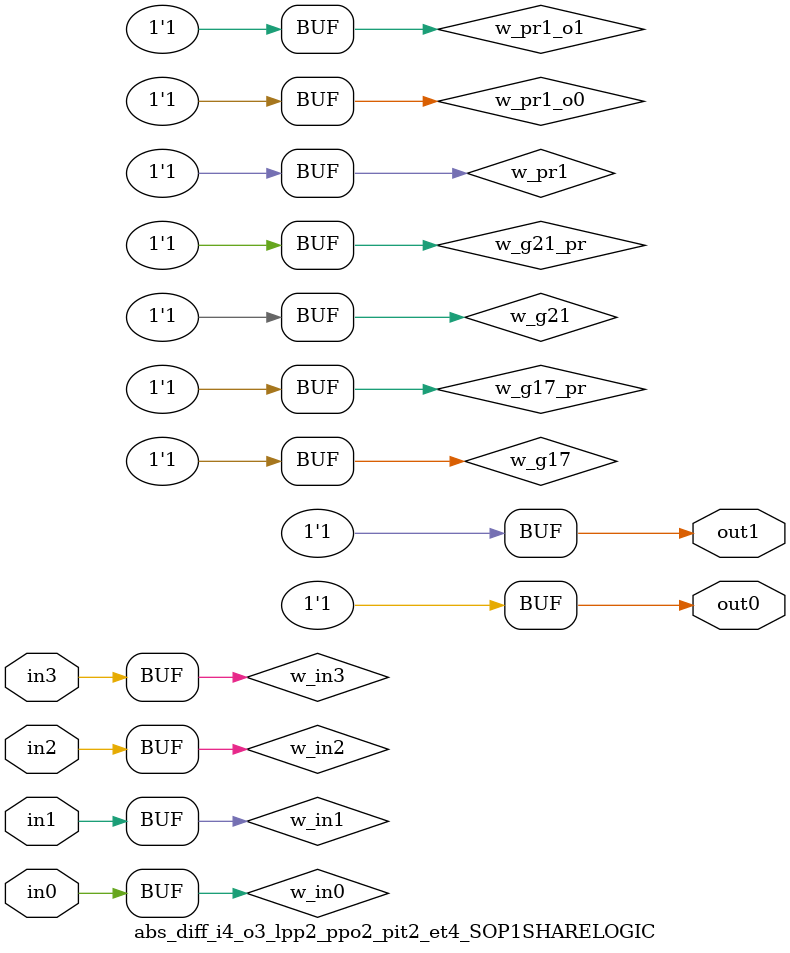
<source format=v>
module abs_diff_i4_o3_lpp2_ppo2_pit2_et4_SOP1SHARELOGIC (in0, in1, in2, in3, out0, out1);
// declaring inputs
input in0,  in1,  in2,  in3;
// declaring outputs
output out0,  out1;
// JSON model input
wire w_in3, w_in2, w_in1, w_in0;
// JSON model output
wire w_g17, w_g21;
//json model
wire w_g17_pr, w_g21_pr, w_pr0_o0, w_pr1_o0, w_pr0_o1, w_pr1_o1, w_pr0, w_pr1;
// JSON model input assign
assign w_in3 = in3;
assign w_in2 = in2;
assign w_in1 = in1;
assign w_in0 = in0;

//json model assigns (approximated Shared/XPAT part)
//assign literals to products
assign w_pr0 = w_in2 & w_in3;
assign w_pr1 = 1;
//if a product has literals and if the product is being "activated" for that output
assign w_pr0_o0 = w_pr0 & 1;
assign w_pr1_o0 = w_pr1 & 1;
assign w_pr0_o1 = w_pr0 & 0;
assign w_pr1_o1 = w_pr1 & 1;
//compose an output with corresponding products (OR)
assign w_g17 = w_pr0_o0 | w_pr1_o0;
assign w_g21 = w_pr0_o1 | w_pr1_o1;
//if an output has products and if it is part of the JSON model
assign w_g17_pr = w_g17 & 1;
assign w_g21_pr = w_g21 & 1;
// output assigns
assign out0 = w_g17_pr;
assign out1 = w_g21_pr;
endmodule
</source>
